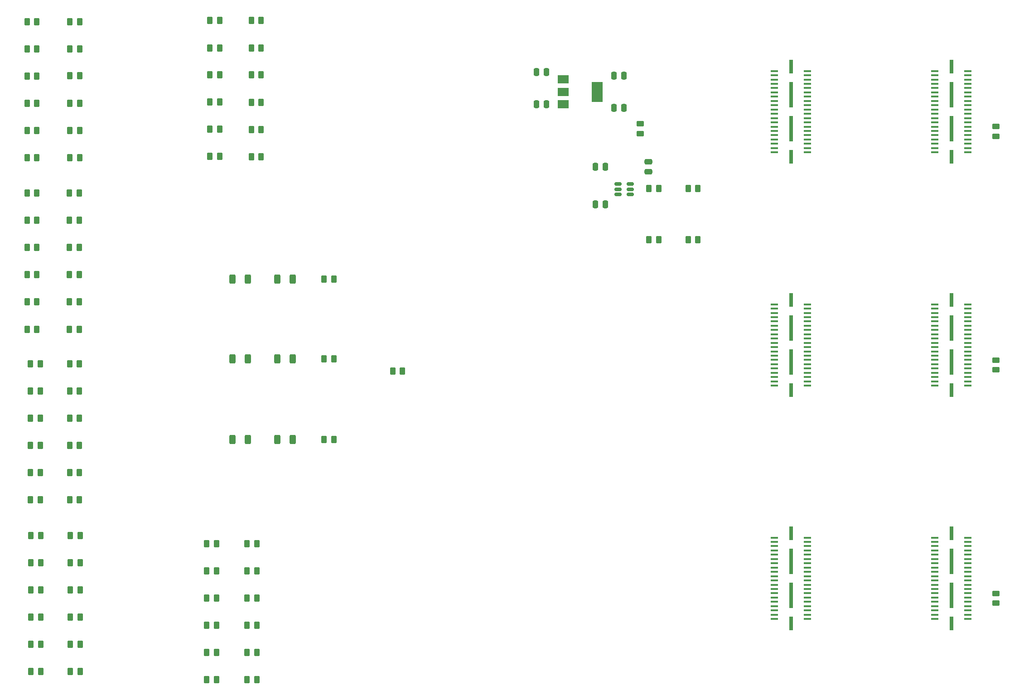
<source format=gbr>
%TF.GenerationSoftware,KiCad,Pcbnew,7.0.7*%
%TF.CreationDate,2023-08-23T16:32:02-04:00*%
%TF.ProjectId,Mux64,4d757836-342e-46b6-9963-61645f706362,rev?*%
%TF.SameCoordinates,Original*%
%TF.FileFunction,Paste,Top*%
%TF.FilePolarity,Positive*%
%FSLAX46Y46*%
G04 Gerber Fmt 4.6, Leading zero omitted, Abs format (unit mm)*
G04 Created by KiCad (PCBNEW 7.0.7) date 2023-08-23 16:32:02*
%MOMM*%
%LPD*%
G01*
G04 APERTURE LIST*
G04 Aperture macros list*
%AMRoundRect*
0 Rectangle with rounded corners*
0 $1 Rounding radius*
0 $2 $3 $4 $5 $6 $7 $8 $9 X,Y pos of 4 corners*
0 Add a 4 corners polygon primitive as box body*
4,1,4,$2,$3,$4,$5,$6,$7,$8,$9,$2,$3,0*
0 Add four circle primitives for the rounded corners*
1,1,$1+$1,$2,$3*
1,1,$1+$1,$4,$5*
1,1,$1+$1,$6,$7*
1,1,$1+$1,$8,$9*
0 Add four rect primitives between the rounded corners*
20,1,$1+$1,$2,$3,$4,$5,0*
20,1,$1+$1,$4,$5,$6,$7,0*
20,1,$1+$1,$6,$7,$8,$9,0*
20,1,$1+$1,$8,$9,$2,$3,0*%
G04 Aperture macros list end*
%ADD10RoundRect,0.250000X0.262500X0.450000X-0.262500X0.450000X-0.262500X-0.450000X0.262500X-0.450000X0*%
%ADD11RoundRect,0.250000X0.312500X0.625000X-0.312500X0.625000X-0.312500X-0.625000X0.312500X-0.625000X0*%
%ADD12RoundRect,0.250000X0.250000X0.475000X-0.250000X0.475000X-0.250000X-0.475000X0.250000X-0.475000X0*%
%ADD13RoundRect,0.150000X-0.512500X-0.150000X0.512500X-0.150000X0.512500X0.150000X-0.512500X0.150000X0*%
%ADD14RoundRect,0.250000X0.450000X-0.262500X0.450000X0.262500X-0.450000X0.262500X-0.450000X-0.262500X0*%
%ADD15RoundRect,0.250000X-0.250000X-0.475000X0.250000X-0.475000X0.250000X0.475000X-0.250000X0.475000X0*%
%ADD16RoundRect,0.250000X-0.262500X-0.450000X0.262500X-0.450000X0.262500X0.450000X-0.262500X0.450000X0*%
%ADD17RoundRect,0.250000X-0.475000X0.250000X-0.475000X-0.250000X0.475000X-0.250000X0.475000X0.250000X0*%
%ADD18R,2.000000X1.500000*%
%ADD19R,2.000000X3.800000*%
%ADD20R,1.450000X0.460000*%
%ADD21R,0.640000X2.540000*%
%ADD22R,0.640000X4.700000*%
%ADD23RoundRect,0.250000X-0.450000X0.262500X-0.450000X-0.262500X0.450000X-0.262500X0.450000X0.262500X0*%
G04 APERTURE END LIST*
D10*
%TO.C,R46*%
X111152500Y-147490000D03*
X109327500Y-147490000D03*
%TD*%
%TO.C,R98*%
X78045000Y-29590000D03*
X76220000Y-29590000D03*
%TD*%
%TO.C,R39*%
X78002500Y-118943600D03*
X76177500Y-118943600D03*
%TD*%
D11*
%TO.C,R22*%
X109477500Y-77680000D03*
X106552500Y-77680000D03*
%TD*%
D12*
%TO.C,C1*%
X165270000Y-45020000D03*
X163370000Y-45020000D03*
%TD*%
D10*
%TO.C,R108*%
X70052500Y-39750000D03*
X68227500Y-39750000D03*
%TD*%
D13*
%TO.C,U2*%
X178672500Y-59970000D03*
X178672500Y-60920000D03*
X178672500Y-61870000D03*
X180947500Y-61870000D03*
X180947500Y-60920000D03*
X180947500Y-59970000D03*
%TD*%
D14*
%TO.C,R2*%
X249230000Y-49227500D03*
X249230000Y-51052500D03*
%TD*%
D10*
%TO.C,R97*%
X78045000Y-34710000D03*
X76220000Y-34710000D03*
%TD*%
%TO.C,R58*%
X103622500Y-147500000D03*
X101797500Y-147500000D03*
%TD*%
D15*
%TO.C,C3*%
X177870000Y-39720000D03*
X179770000Y-39720000D03*
%TD*%
D10*
%TO.C,R84*%
X70052500Y-71820000D03*
X68227500Y-71820000D03*
%TD*%
%TO.C,R109*%
X70052500Y-34720000D03*
X68227500Y-34720000D03*
%TD*%
%TO.C,R82*%
X70052500Y-81970000D03*
X68227500Y-81970000D03*
%TD*%
%TO.C,R29*%
X70752500Y-140842800D03*
X68927500Y-140842800D03*
%TD*%
D11*
%TO.C,R14*%
X109477500Y-107660000D03*
X106552500Y-107660000D03*
%TD*%
%TO.C,R12*%
X117867500Y-92620000D03*
X114942500Y-92620000D03*
%TD*%
D10*
%TO.C,R70*%
X77970000Y-81940000D03*
X76145000Y-81940000D03*
%TD*%
D16*
%TO.C,R5*%
X191739500Y-70317000D03*
X193564500Y-70317000D03*
%TD*%
D10*
%TO.C,R92*%
X111952500Y-34550000D03*
X110127500Y-34550000D03*
%TD*%
D11*
%TO.C,R11*%
X117867500Y-107660000D03*
X114942500Y-107660000D03*
%TD*%
D10*
%TO.C,R27*%
X70752500Y-151002800D03*
X68927500Y-151002800D03*
%TD*%
%TO.C,R40*%
X111152500Y-152550000D03*
X109327500Y-152550000D03*
%TD*%
D17*
%TO.C,C8*%
X184320000Y-55770000D03*
X184320000Y-57670000D03*
%TD*%
D12*
%TO.C,C5*%
X176270000Y-56720000D03*
X174370000Y-56720000D03*
%TD*%
D10*
%TO.C,R64*%
X77970000Y-87080000D03*
X76145000Y-87080000D03*
%TD*%
%TO.C,R48*%
X111152500Y-137340000D03*
X109327500Y-137340000D03*
%TD*%
%TO.C,R16*%
X78112500Y-145938800D03*
X76287500Y-145938800D03*
%TD*%
%TO.C,R28*%
X70752500Y-145922800D03*
X68927500Y-145922800D03*
%TD*%
%TO.C,R55*%
X70662500Y-98651000D03*
X68837500Y-98651000D03*
%TD*%
%TO.C,R42*%
X78002500Y-108825800D03*
X76177500Y-108825800D03*
%TD*%
%TO.C,R18*%
X78112500Y-135804200D03*
X76287500Y-135804200D03*
%TD*%
D18*
%TO.C,U1*%
X168420000Y-40420000D03*
X168420000Y-42720000D03*
D19*
X174720000Y-42720000D03*
D18*
X168420000Y-45020000D03*
%TD*%
D10*
%TO.C,R87*%
X111952500Y-54830000D03*
X110127500Y-54830000D03*
%TD*%
D20*
%TO.C,J1*%
X237860000Y-141230000D03*
X244040000Y-141230000D03*
X237860000Y-140430000D03*
X244040000Y-140430000D03*
X237860000Y-139630000D03*
X244040000Y-139630000D03*
X237860000Y-138830000D03*
X244040000Y-138830000D03*
X237860000Y-138030000D03*
X244040000Y-138030000D03*
X237860000Y-137230000D03*
X244040000Y-137230000D03*
X237860000Y-136430000D03*
X244040000Y-136430000D03*
X237860000Y-135630000D03*
X244040000Y-135630000D03*
X237860000Y-134830000D03*
X244040000Y-134830000D03*
X237860000Y-134030000D03*
X244040000Y-134030000D03*
X237860000Y-133230000D03*
X244040000Y-133230000D03*
X237860000Y-132430000D03*
X244040000Y-132430000D03*
X237860000Y-131630000D03*
X244040000Y-131630000D03*
X237860000Y-130830000D03*
X244040000Y-130830000D03*
X237860000Y-130030000D03*
X244040000Y-130030000D03*
X237860000Y-129230000D03*
X244040000Y-129230000D03*
X237860000Y-128430000D03*
X244040000Y-128430000D03*
X237860000Y-127630000D03*
X244040000Y-127630000D03*
X237860000Y-126830000D03*
X244040000Y-126830000D03*
X237860000Y-126030000D03*
X244040000Y-126030000D03*
D21*
X240950000Y-142075000D03*
D22*
X240950000Y-136805000D03*
X240950000Y-130455000D03*
D21*
X240950000Y-125185000D03*
%TD*%
D10*
%TO.C,R90*%
X111952500Y-44670000D03*
X110127500Y-44670000D03*
%TD*%
%TO.C,R106*%
X70052500Y-49950000D03*
X68227500Y-49950000D03*
%TD*%
D11*
%TO.C,R21*%
X109477500Y-92620000D03*
X106552500Y-92620000D03*
%TD*%
D14*
%TO.C,R3*%
X249230000Y-94662500D03*
X249230000Y-92837500D03*
%TD*%
D10*
%TO.C,R94*%
X78045000Y-49940000D03*
X76220000Y-49940000D03*
%TD*%
%TO.C,R17*%
X78112500Y-140858800D03*
X76287500Y-140858800D03*
%TD*%
%TO.C,R59*%
X103622500Y-142400000D03*
X101797500Y-142400000D03*
%TD*%
%TO.C,R107*%
X70052500Y-44850000D03*
X68227500Y-44850000D03*
%TD*%
%TO.C,R23*%
X138380000Y-94920000D03*
X136555000Y-94920000D03*
%TD*%
%TO.C,R103*%
X104182500Y-34520000D03*
X102357500Y-34520000D03*
%TD*%
%TO.C,R54*%
X70662500Y-103733400D03*
X68837500Y-103733400D03*
%TD*%
D12*
%TO.C,C2*%
X165270000Y-39020000D03*
X163370000Y-39020000D03*
%TD*%
D10*
%TO.C,R32*%
X70752500Y-125602800D03*
X68927500Y-125602800D03*
%TD*%
%TO.C,R57*%
X103622500Y-152560000D03*
X101797500Y-152560000D03*
%TD*%
%TO.C,R8*%
X125527500Y-107660000D03*
X123702500Y-107660000D03*
%TD*%
%TO.C,R60*%
X103622500Y-137350000D03*
X101797500Y-137350000D03*
%TD*%
%TO.C,R15*%
X78112500Y-151018800D03*
X76287500Y-151018800D03*
%TD*%
D23*
%TO.C,R24*%
X182790000Y-48717500D03*
X182790000Y-50542500D03*
%TD*%
D10*
%TO.C,R85*%
X70052500Y-66740000D03*
X68227500Y-66740000D03*
%TD*%
%TO.C,R50*%
X111152500Y-127160000D03*
X109327500Y-127160000D03*
%TD*%
%TO.C,R30*%
X70752500Y-135788200D03*
X68927500Y-135788200D03*
%TD*%
%TO.C,R62*%
X103622500Y-127170000D03*
X101797500Y-127170000D03*
%TD*%
%TO.C,R6*%
X186223900Y-70317000D03*
X184398900Y-70317000D03*
%TD*%
%TO.C,R99*%
X104182500Y-54800000D03*
X102357500Y-54800000D03*
%TD*%
%TO.C,R20*%
X78112500Y-125618800D03*
X76287500Y-125618800D03*
%TD*%
D11*
%TO.C,R13*%
X117867500Y-77680000D03*
X114942500Y-77680000D03*
%TD*%
D10*
%TO.C,R61*%
X103622500Y-132240000D03*
X101797500Y-132240000D03*
%TD*%
%TO.C,R95*%
X78045000Y-44840000D03*
X76220000Y-44840000D03*
%TD*%
%TO.C,R71*%
X77970000Y-76870000D03*
X76145000Y-76870000D03*
%TD*%
%TO.C,R53*%
X70662500Y-108825800D03*
X68837500Y-108825800D03*
%TD*%
D20*
%TO.C,J4*%
X207860000Y-54030000D03*
X214040000Y-54030000D03*
X207860000Y-53230000D03*
X214040000Y-53230000D03*
X207860000Y-52430000D03*
X214040000Y-52430000D03*
X207860000Y-51630000D03*
X214040000Y-51630000D03*
X207860000Y-50830000D03*
X214040000Y-50830000D03*
X207860000Y-50030000D03*
X214040000Y-50030000D03*
X207860000Y-49230000D03*
X214040000Y-49230000D03*
X207860000Y-48430000D03*
X214040000Y-48430000D03*
X207860000Y-47630000D03*
X214040000Y-47630000D03*
X207860000Y-46830000D03*
X214040000Y-46830000D03*
X207860000Y-46030000D03*
X214040000Y-46030000D03*
X207860000Y-45230000D03*
X214040000Y-45230000D03*
X207860000Y-44430000D03*
X214040000Y-44430000D03*
X207860000Y-43630000D03*
X214040000Y-43630000D03*
X207860000Y-42830000D03*
X214040000Y-42830000D03*
X207860000Y-42030000D03*
X214040000Y-42030000D03*
X207860000Y-41230000D03*
X214040000Y-41230000D03*
X207860000Y-40430000D03*
X214040000Y-40430000D03*
X207860000Y-39630000D03*
X214040000Y-39630000D03*
X207860000Y-38830000D03*
X214040000Y-38830000D03*
D21*
X210950000Y-54875000D03*
D22*
X210950000Y-49605000D03*
X210950000Y-43255000D03*
D21*
X210950000Y-37985000D03*
%TD*%
D10*
%TO.C,R91*%
X111952500Y-39560000D03*
X110127500Y-39560000D03*
%TD*%
%TO.C,R73*%
X77970000Y-66710000D03*
X76145000Y-66710000D03*
%TD*%
%TO.C,R93*%
X111952500Y-29410000D03*
X110127500Y-29410000D03*
%TD*%
%TO.C,R43*%
X78002500Y-103733400D03*
X76177500Y-103733400D03*
%TD*%
%TO.C,R10*%
X125527500Y-77680000D03*
X123702500Y-77680000D03*
%TD*%
%TO.C,R45*%
X78002500Y-93554200D03*
X76177500Y-93554200D03*
%TD*%
%TO.C,R102*%
X104182500Y-39530000D03*
X102357500Y-39530000D03*
%TD*%
%TO.C,R110*%
X70052500Y-29600000D03*
X68227500Y-29600000D03*
%TD*%
%TO.C,R96*%
X78045000Y-39740000D03*
X76220000Y-39740000D03*
%TD*%
D20*
%TO.C,J5*%
X237860000Y-97630000D03*
X244040000Y-97630000D03*
X237860000Y-96830000D03*
X244040000Y-96830000D03*
X237860000Y-96030000D03*
X244040000Y-96030000D03*
X237860000Y-95230000D03*
X244040000Y-95230000D03*
X237860000Y-94430000D03*
X244040000Y-94430000D03*
X237860000Y-93630000D03*
X244040000Y-93630000D03*
X237860000Y-92830000D03*
X244040000Y-92830000D03*
X237860000Y-92030000D03*
X244040000Y-92030000D03*
X237860000Y-91230000D03*
X244040000Y-91230000D03*
X237860000Y-90430000D03*
X244040000Y-90430000D03*
X237860000Y-89630000D03*
X244040000Y-89630000D03*
X237860000Y-88830000D03*
X244040000Y-88830000D03*
X237860000Y-88030000D03*
X244040000Y-88030000D03*
X237860000Y-87230000D03*
X244040000Y-87230000D03*
X237860000Y-86430000D03*
X244040000Y-86430000D03*
X237860000Y-85630000D03*
X244040000Y-85630000D03*
X237860000Y-84830000D03*
X244040000Y-84830000D03*
X237860000Y-84030000D03*
X244040000Y-84030000D03*
X237860000Y-83230000D03*
X244040000Y-83230000D03*
X237860000Y-82430000D03*
X244040000Y-82430000D03*
D21*
X240950000Y-98475000D03*
D22*
X240950000Y-93205000D03*
X240950000Y-86855000D03*
D21*
X240950000Y-81585000D03*
%TD*%
D20*
%TO.C,J6*%
X207860000Y-97630000D03*
X214040000Y-97630000D03*
X207860000Y-96830000D03*
X214040000Y-96830000D03*
X207860000Y-96030000D03*
X214040000Y-96030000D03*
X207860000Y-95230000D03*
X214040000Y-95230000D03*
X207860000Y-94430000D03*
X214040000Y-94430000D03*
X207860000Y-93630000D03*
X214040000Y-93630000D03*
X207860000Y-92830000D03*
X214040000Y-92830000D03*
X207860000Y-92030000D03*
X214040000Y-92030000D03*
X207860000Y-91230000D03*
X214040000Y-91230000D03*
X207860000Y-90430000D03*
X214040000Y-90430000D03*
X207860000Y-89630000D03*
X214040000Y-89630000D03*
X207860000Y-88830000D03*
X214040000Y-88830000D03*
X207860000Y-88030000D03*
X214040000Y-88030000D03*
X207860000Y-87230000D03*
X214040000Y-87230000D03*
X207860000Y-86430000D03*
X214040000Y-86430000D03*
X207860000Y-85630000D03*
X214040000Y-85630000D03*
X207860000Y-84830000D03*
X214040000Y-84830000D03*
X207860000Y-84030000D03*
X214040000Y-84030000D03*
X207860000Y-83230000D03*
X214040000Y-83230000D03*
X207860000Y-82430000D03*
X214040000Y-82430000D03*
D21*
X210950000Y-98475000D03*
D22*
X210950000Y-93205000D03*
X210950000Y-86855000D03*
D21*
X210950000Y-81585000D03*
%TD*%
D10*
%TO.C,R9*%
X125527500Y-92620000D03*
X123702500Y-92620000D03*
%TD*%
%TO.C,R74*%
X77970000Y-61620000D03*
X76145000Y-61620000D03*
%TD*%
%TO.C,R41*%
X78002500Y-113889000D03*
X76177500Y-113889000D03*
%TD*%
%TO.C,R51*%
X70662500Y-118943600D03*
X68837500Y-118943600D03*
%TD*%
D21*
%TO.C,J2*%
X240950000Y-37985000D03*
D22*
X240950000Y-43255000D03*
X240950000Y-49605000D03*
D21*
X240950000Y-54875000D03*
D20*
X244040000Y-38830000D03*
X237860000Y-38830000D03*
X244040000Y-39630000D03*
X237860000Y-39630000D03*
X244040000Y-40430000D03*
X237860000Y-40430000D03*
X244040000Y-41230000D03*
X237860000Y-41230000D03*
X244040000Y-42030000D03*
X237860000Y-42030000D03*
X244040000Y-42830000D03*
X237860000Y-42830000D03*
X244040000Y-43630000D03*
X237860000Y-43630000D03*
X244040000Y-44430000D03*
X237860000Y-44430000D03*
X244040000Y-45230000D03*
X237860000Y-45230000D03*
X244040000Y-46030000D03*
X237860000Y-46030000D03*
X244040000Y-46830000D03*
X237860000Y-46830000D03*
X244040000Y-47630000D03*
X237860000Y-47630000D03*
X244040000Y-48430000D03*
X237860000Y-48430000D03*
X244040000Y-49230000D03*
X237860000Y-49230000D03*
X244040000Y-50030000D03*
X237860000Y-50030000D03*
X244040000Y-50830000D03*
X237860000Y-50830000D03*
X244040000Y-51630000D03*
X237860000Y-51630000D03*
X244040000Y-52430000D03*
X237860000Y-52430000D03*
X244040000Y-53230000D03*
X237860000Y-53230000D03*
X244040000Y-54030000D03*
X237860000Y-54030000D03*
%TD*%
D10*
%TO.C,R52*%
X70662500Y-113889000D03*
X68837500Y-113889000D03*
%TD*%
D20*
%TO.C,J3*%
X207860000Y-141230000D03*
X214040000Y-141230000D03*
X207860000Y-140430000D03*
X214040000Y-140430000D03*
X207860000Y-139630000D03*
X214040000Y-139630000D03*
X207860000Y-138830000D03*
X214040000Y-138830000D03*
X207860000Y-138030000D03*
X214040000Y-138030000D03*
X207860000Y-137230000D03*
X214040000Y-137230000D03*
X207860000Y-136430000D03*
X214040000Y-136430000D03*
X207860000Y-135630000D03*
X214040000Y-135630000D03*
X207860000Y-134830000D03*
X214040000Y-134830000D03*
X207860000Y-134030000D03*
X214040000Y-134030000D03*
X207860000Y-133230000D03*
X214040000Y-133230000D03*
X207860000Y-132430000D03*
X214040000Y-132430000D03*
X207860000Y-131630000D03*
X214040000Y-131630000D03*
X207860000Y-130830000D03*
X214040000Y-130830000D03*
X207860000Y-130030000D03*
X214040000Y-130030000D03*
X207860000Y-129230000D03*
X214040000Y-129230000D03*
X207860000Y-128430000D03*
X214040000Y-128430000D03*
X207860000Y-127630000D03*
X214040000Y-127630000D03*
X207860000Y-126830000D03*
X214040000Y-126830000D03*
X207860000Y-126030000D03*
X214040000Y-126030000D03*
D21*
X210950000Y-142075000D03*
D22*
X210950000Y-136805000D03*
X210950000Y-130455000D03*
D21*
X210950000Y-125185000D03*
%TD*%
D16*
%TO.C,R7*%
X191739500Y-60817400D03*
X193564500Y-60817400D03*
%TD*%
D10*
%TO.C,R31*%
X70752500Y-130708200D03*
X68927500Y-130708200D03*
%TD*%
%TO.C,R83*%
X70052500Y-76900000D03*
X68227500Y-76900000D03*
%TD*%
%TO.C,R88*%
X78045000Y-55010000D03*
X76220000Y-55010000D03*
%TD*%
%TO.C,R72*%
X77970000Y-71790000D03*
X76145000Y-71790000D03*
%TD*%
D16*
%TO.C,R4*%
X184398900Y-60817400D03*
X186223900Y-60817400D03*
%TD*%
D15*
%TO.C,C4*%
X177870000Y-45720000D03*
X179770000Y-45720000D03*
%TD*%
D10*
%TO.C,R100*%
X104182500Y-49710000D03*
X102357500Y-49710000D03*
%TD*%
%TO.C,R47*%
X111152500Y-142390000D03*
X109327500Y-142390000D03*
%TD*%
%TO.C,R49*%
X111152500Y-132230000D03*
X109327500Y-132230000D03*
%TD*%
%TO.C,R86*%
X70052500Y-61650000D03*
X68227500Y-61650000D03*
%TD*%
D14*
%TO.C,R1*%
X249230000Y-138272500D03*
X249230000Y-136447500D03*
%TD*%
D10*
%TO.C,R104*%
X104182500Y-29380000D03*
X102357500Y-29380000D03*
%TD*%
%TO.C,R19*%
X78112500Y-130724200D03*
X76287500Y-130724200D03*
%TD*%
%TO.C,R44*%
X78002500Y-98651000D03*
X76177500Y-98651000D03*
%TD*%
%TO.C,R101*%
X104182500Y-44640000D03*
X102357500Y-44640000D03*
%TD*%
%TO.C,R89*%
X111952500Y-49740000D03*
X110127500Y-49740000D03*
%TD*%
%TO.C,R56*%
X70662500Y-93554200D03*
X68837500Y-93554200D03*
%TD*%
D12*
%TO.C,C6*%
X176270000Y-63720000D03*
X174370000Y-63720000D03*
%TD*%
D10*
%TO.C,R105*%
X70052500Y-55020000D03*
X68227500Y-55020000D03*
%TD*%
%TO.C,R81*%
X70052500Y-87110000D03*
X68227500Y-87110000D03*
%TD*%
M02*

</source>
